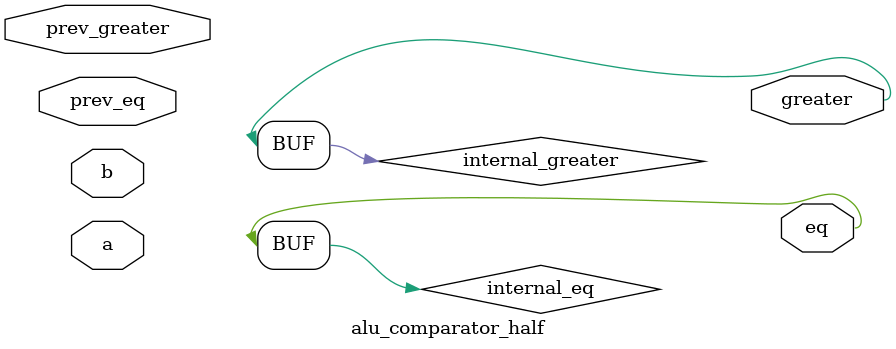
<source format=sv>
`include "comparator.sv"

module alu_comparator_half (
    input  logic [3:0] a, b,
    input  logic       prev_eq, prev_greater,
    output logic       eq, greater,
);

    logic internal_eq, internal_greater;
    // comparator #(4) comp(
    //     .a(a), .b(b),
    //     .prev_eq(prev_eq),
    //     .prev_greater(prev_greater),
    //     .eq(internal_eq), .greater(internal_greater)
    // );

    assign eq = internal_eq;
    assign greater = internal_greater;

endmodule
</source>
